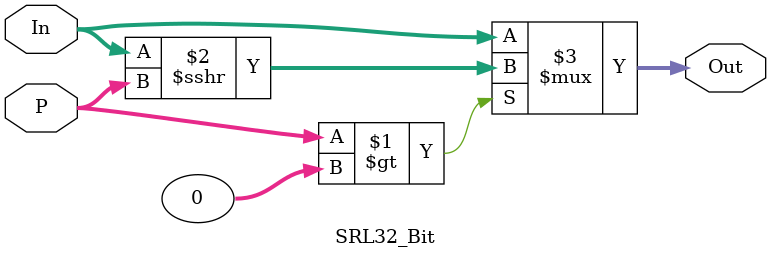
<source format=v>

module SRL32_Bit(Out , In , P);

  // Vectors

    input  [4:0]  P ; // # of Positions

    input  [31:0] In ; //Input
  
    output [31:0] Out ;// output
  
  // Out = (2)^P * In 
  
    assign Out = (P > 0) ? (In >>> P) : In ;


endmodule
</source>
